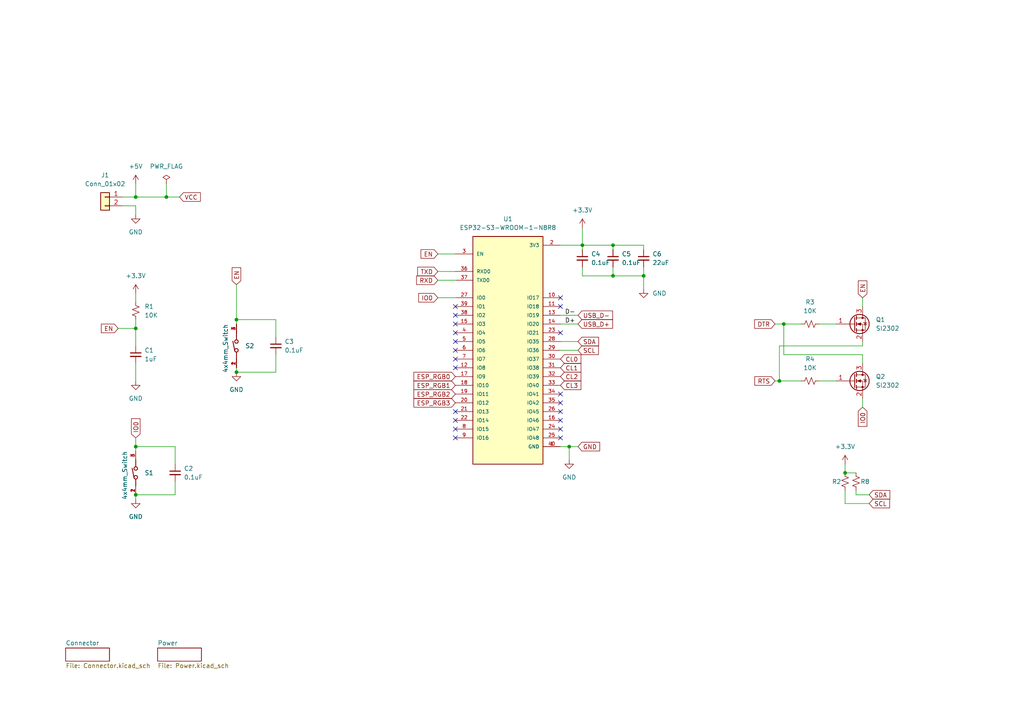
<source format=kicad_sch>
(kicad_sch (version 20211123) (generator eeschema)
  (paper "A4")
  (lib_symbols
    (symbol "Connector_Generic:Conn_01x02" (pin_names (offset 1.016) hide)
      (property "Reference" "J" (at 0 2.54 0))
      (property "Value" "Conn_01x02" (at 0 -5.08 0))
      (symbol "Conn_01x02_1_1"
        (rectangle (start -1.27 -2.413) (end 0 -2.667) (stroke (width 0.1524)))
        (rectangle (start -1.27 0.127) (end 0 -0.127) (stroke (width 0.1524)))
        (rectangle (start -1.27 1.27) (end 1.27 -3.81) (stroke (width 0.254)) (fill (type background)))
        (pin passive line (at -5.08 0 0) (length 3.81) (name "Pin_1") (number "1"))
        (pin passive line (at -5.08 -2.54 0) (length 3.81) (name "Pin_2") (number "2"))
      )
    )
    (symbol "Custom_Buttons:4x4mm_Switch" (pin_names (offset 1.016) hide)
      (property "Reference" "S" (at -1.27 -2.54 0))
      (property "Value" "4x4mm_Switch" (at -7.62 -3.81 0))
      (symbol "4x4mm_Switch_0_0"
        (circle (center -1.27 1.27) (radius 0.508) (stroke (width 0.254)))
        (polyline (pts (xy -1.905 1.27) (xy -3.81 1.27)) (stroke (width 0.254)))
        (polyline (pts (xy -1.4732 1.7526) (xy 1.3462 2.3114)) (stroke (width 0.254)))
        (polyline (pts (xy 3.81 1.27) (xy 1.905 1.27)) (stroke (width 0.254)))
        (circle (center 1.27 1.27) (radius 0.508) (stroke (width 0.254)))
        (pin passive line (at -6.35 1.27 0) (length 2.54) (name "~") (number "1"))
        (pin passive line (at -6.35 1.27 0) (length 2.54) (name "~") (number "2"))
        (pin passive line (at 6.35 1.27 180) (length 2.54) (name "~") (number "3"))
        (pin passive line (at 6.35 1.27 180) (length 2.54) (name "~") (number "4"))
      )
    )
    (symbol "Device:C_Small" (pin_numbers hide) (pin_names (offset 0.254) hide)
      (property "Reference" "C" (at 0.254 1.778 0))
      (property "Value" "C_Small" (at 0.254 -2.032 0))
      (symbol "C_Small_0_1"
        (polyline (pts (xy -1.524 -0.508) (xy 1.524 -0.508)) (stroke (width 0.3302)))
        (polyline (pts (xy -1.524 0.508) (xy 1.524 0.508)) (stroke (width 0.3048)))
      )
      (symbol "C_Small_1_1"
        (pin passive line (at 0 2.54 270) (length 2.032) (name "~") (number "1"))
        (pin passive line (at 0 -2.54 90) (length 2.032) (name "~") (number "2"))
      )
    )
    (symbol "Device:Q_NMOS_GSD" (pin_names (offset 0) hide)
      (property "Reference" "Q" (at 5.08 1.27 0))
      (property "Value" "Q_NMOS_GSD" (at 5.08 -1.27 0))
      (symbol "Q_NMOS_GSD_0_1"
        (polyline (pts (xy 0.254 0) (xy -2.54 0)))
        (polyline (pts (xy 0.254 1.905) (xy 0.254 -1.905)) (stroke (width 0.254)))
        (polyline (pts (xy 0.762 -1.27) (xy 0.762 -2.286)) (stroke (width 0.254)))
        (polyline (pts (xy 0.762 0.508) (xy 0.762 -0.508)) (stroke (width 0.254)))
        (polyline (pts (xy 0.762 2.286) (xy 0.762 1.27)) (stroke (width 0.254)))
        (polyline (pts (xy 2.54 2.54) (xy 2.54 1.778)))
        (polyline (pts (xy 2.54 -2.54) (xy 2.54 0) (xy 0.762 0)))
        (polyline (pts (xy 0.762 -1.778) (xy 3.302 -1.778) (xy 3.302 1.778) (xy 0.762 1.778)))
        (polyline (pts (xy 1.016 0) (xy 2.032 0.381) (xy 2.032 -0.381) (xy 1.016 0)) (fill (type outline)))
        (polyline (pts (xy 2.794 0.508) (xy 2.921 0.381) (xy 3.683 0.381) (xy 3.81 0.254)))
        (polyline (pts (xy 3.302 0.381) (xy 2.921 -0.254) (xy 3.683 -0.254) (xy 3.302 0.381)))
        (circle (center 1.651 0) (radius 2.794) (stroke (width 0.254)))
        (circle (center 2.54 -1.778) (radius 0.254) (fill (type outline)))
        (circle (center 2.54 1.778) (radius 0.254) (fill (type outline)))
      )
      (symbol "Q_NMOS_GSD_1_1"
        (pin input line (at -5.08 0 0) (length 2.54) (name "G") (number "1"))
        (pin passive line (at 2.54 -5.08 90) (length 2.54) (name "S") (number "2"))
        (pin passive line (at 2.54 5.08 270) (length 2.54) (name "D") (number "3"))
      )
    )
    (symbol "Device:R_Small_US" (pin_numbers hide) (pin_names (offset 0.254) hide)
      (property "Reference" "R" (at 0.762 0.508 0))
      (property "Value" "R_Small_US" (at 0.762 -1.016 0))
      (symbol "R_Small_US_1_1"
        (polyline (pts (xy 0 0) (xy 1.016 -0.381) (xy 0 -0.762) (xy -1.016 -1.143) (xy 0 -1.524)))
        (polyline (pts (xy 0 1.524) (xy 1.016 1.143) (xy 0 0.762) (xy -1.016 0.381) (xy 0 0)))
        (pin passive line (at 0 2.54 270) (length 1.016) (name "~") (number "1"))
        (pin passive line (at 0 -2.54 90) (length 1.016) (name "~") (number "2"))
      )
    )
    (symbol "ESP32-S3:ESP32-S3-WROOM-1-N8R8" (pin_names (offset 1.016))
      (property "Reference" "U" (at -10.16 34.1122 0))
      (property "Value" "ESP32-S3-WROOM-1-N8R8" (at -10.16 -35.56 0))
      (symbol "ESP32-S3-WROOM-1-N8R8_0_0"
        (rectangle (start -10.16 -33.02) (end 10.16 33.02) (stroke (width 0.254)) (fill (type background)))
        (pin power_in line (at 15.24 -27.94 180) (length 5.08) (name "GND") (number "1"))
        (pin bidirectional line (at 15.24 15.24 180) (length 5.08) (name "IO17") (number "10"))
        (pin bidirectional line (at 15.24 12.7 180) (length 5.08) (name "IO18") (number "11"))
        (pin bidirectional line (at -15.24 -5.08 0) (length 5.08) (name "IO8") (number "12"))
        (pin bidirectional line (at 15.24 10.16 180) (length 5.08) (name "IO19") (number "13"))
        (pin bidirectional line (at 15.24 7.62 180) (length 5.08) (name "IO20") (number "14"))
        (pin bidirectional line (at -15.24 7.62 0) (length 5.08) (name "IO3") (number "15"))
        (pin bidirectional line (at 15.24 -20.32 180) (length 5.08) (name "IO46") (number "16"))
        (pin bidirectional line (at -15.24 -7.62 0) (length 5.08) (name "IO9") (number "17"))
        (pin bidirectional line (at -15.24 -10.16 0) (length 5.08) (name "IO10") (number "18"))
        (pin bidirectional line (at -15.24 -12.7 0) (length 5.08) (name "IO11") (number "19"))
        (pin power_in line (at 15.24 30.48 180) (length 5.08) (name "3V3") (number "2"))
        (pin bidirectional line (at -15.24 -15.24 0) (length 5.08) (name "IO12") (number "20"))
        (pin bidirectional line (at -15.24 -17.78 0) (length 5.08) (name "IO13") (number "21"))
        (pin bidirectional line (at -15.24 -20.32 0) (length 5.08) (name "IO14") (number "22"))
        (pin bidirectional line (at 15.24 5.08 180) (length 5.08) (name "IO21") (number "23"))
        (pin bidirectional line (at 15.24 -22.86 180) (length 5.08) (name "IO47") (number "24"))
        (pin bidirectional line (at 15.24 -25.4 180) (length 5.08) (name "IO48") (number "25"))
        (pin bidirectional line (at 15.24 -17.78 180) (length 5.08) (name "IO45") (number "26"))
        (pin bidirectional line (at -15.24 15.24 0) (length 5.08) (name "IO0") (number "27"))
        (pin bidirectional line (at 15.24 2.54 180) (length 5.08) (name "IO35") (number "28"))
        (pin bidirectional line (at 15.24 0 180) (length 5.08) (name "IO36") (number "29"))
        (pin input line (at -15.24 27.94 0) (length 5.08) (name "EN") (number "3"))
        (pin bidirectional line (at 15.24 -2.54 180) (length 5.08) (name "IO37") (number "30"))
        (pin bidirectional line (at 15.24 -5.08 180) (length 5.08) (name "IO38") (number "31"))
        (pin bidirectional line (at 15.24 -7.62 180) (length 5.08) (name "IO39") (number "32"))
        (pin bidirectional line (at 15.24 -10.16 180) (length 5.08) (name "IO40") (number "33"))
        (pin bidirectional line (at 15.24 -12.7 180) (length 5.08) (name "IO41") (number "34"))
        (pin bidirectional line (at 15.24 -15.24 180) (length 5.08) (name "IO42") (number "35"))
        (pin bidirectional line (at -15.24 22.86 0) (length 5.08) (name "RXD0") (number "36"))
        (pin bidirectional line (at -15.24 20.32 0) (length 5.08) (name "TXD0") (number "37"))
        (pin bidirectional line (at -15.24 10.16 0) (length 5.08) (name "IO2") (number "38"))
        (pin bidirectional line (at -15.24 12.7 0) (length 5.08) (name "IO1") (number "39"))
        (pin bidirectional line (at -15.24 5.08 0) (length 5.08) (name "IO4") (number "4"))
        (pin power_in line (at 15.24 -27.94 180) (length 5.08) (name "GND") (number "40"))
        (pin bidirectional line (at -15.24 2.54 0) (length 5.08) (name "IO5") (number "5"))
        (pin bidirectional line (at -15.24 0 0) (length 5.08) (name "IO6") (number "6"))
        (pin bidirectional line (at -15.24 -2.54 0) (length 5.08) (name "IO7") (number "7"))
        (pin bidirectional line (at -15.24 -22.86 0) (length 5.08) (name "IO15") (number "8"))
        (pin bidirectional line (at -15.24 -25.4 0) (length 5.08) (name "IO16") (number "9"))
      )
    )
    (symbol "power:+3.3V" (power) (pin_names (offset 0))
      (property "Value" "+3.3V" (at 0 3.556 0))
      (symbol "+3.3V_0_1"
        (polyline (pts (xy -0.762 1.27) (xy 0 2.54)))
        (polyline (pts (xy 0 0) (xy 0 2.54)))
        (polyline (pts (xy 0 2.54) (xy 0.762 1.27)))
      )
      (symbol "+3.3V_1_1"
        (pin power_in line (at 0 0 90) (length 0) hide (name "+3.3V") (number "1"))
      )
    )
    (symbol "power:+5V" (power) (pin_names (offset 0))
      (property "Value" "+5V" (at 0 3.556 0))
      (symbol "+5V_0_1"
        (polyline (pts (xy -0.762 1.27) (xy 0 2.54)))
        (polyline (pts (xy 0 0) (xy 0 2.54)))
        (polyline (pts (xy 0 2.54) (xy 0.762 1.27)))
      )
      (symbol "+5V_1_1"
        (pin power_in line (at 0 0 90) (length 0) hide (name "+5V") (number "1"))
      )
    )
    (symbol "power:GND" (power) (pin_names (offset 0))
      (property "Value" "GND" (at 0 -3.81 0))
      (symbol "GND_0_1"
        (polyline (pts (xy 0 0) (xy 0 -1.27) (xy 1.27 -1.27) (xy 0 -2.54) (xy -1.27 -1.27) (xy 0 -1.27)))
      )
      (symbol "GND_1_1"
        (pin power_in line (at 0 0 270) (length 0) hide (name "GND") (number "1"))
      )
    )
    (symbol "power:PWR_FLAG" (power) (pin_numbers hide) (pin_names (offset 0) hide)
      (property "Value" "PWR_FLAG" (at 0 3.81 0))
      (symbol "PWR_FLAG_0_0"
        (pin power_out line (at 0 0 90) (length 0) (name "pwr") (number "1"))
      )
      (symbol "PWR_FLAG_0_1"
        (polyline (pts (xy 0 0) (xy 0 1.27) (xy -1.016 1.905) (xy 0 2.54) (xy 1.016 1.905) (xy 0 1.27)))
      )
    )
  )
  (junction (at 39.37 129.54))
  (junction (at 39.37 143.51))
  (junction (at 245.11 137.16))
  (junction (at 165.1 129.54))
  (junction (at 168.91 71.12))
  (junction (at 227.33 93.98))
  (junction (at 68.58 107.95))
  (junction (at 186.69 80.01))
  (junction (at 177.8 80.01))
  (junction (at 177.8 71.12))
  (junction (at 68.58 92.71))
  (junction (at 226.06 110.49))
  (junction (at 39.37 95.25))
  (junction (at 39.37 57.15))
  (junction (at 48.26 57.15))
  (no_connect (at 162.56 86.36))
  (no_connect (at 162.56 119.38))
  (no_connect (at 162.56 96.52))
  (no_connect (at 132.08 124.46))
  (no_connect (at 132.08 96.52))
  (no_connect (at 162.56 116.84))
  (no_connect (at 162.56 124.46))
  (no_connect (at 162.56 114.3))
  (no_connect (at 132.08 101.6))
  (no_connect (at 132.08 91.44))
  (no_connect (at 162.56 88.9))
  (no_connect (at 132.08 104.14))
  (no_connect (at 132.08 121.92))
  (no_connect (at 132.08 127))
  (no_connect (at 132.08 119.38))
  (no_connect (at 132.08 99.06))
  (no_connect (at 132.08 106.68))
  (no_connect (at 132.08 93.98))
  (no_connect (at 132.08 88.9))
  (no_connect (at 162.56 121.92))
  (no_connect (at 162.56 127))
  (wire (pts (xy 168.91 71.12) (xy 177.8 71.12)))
  (wire (pts (xy 39.37 105.41) (xy 39.37 110.49)))
  (wire (pts (xy 50.8 129.54) (xy 39.37 129.54)))
  (wire (pts (xy 186.69 80.01) (xy 186.69 77.47)))
  (wire (pts (xy 167.64 129.54) (xy 165.1 129.54)))
  (wire (pts (xy 35.56 57.15) (xy 39.37 57.15)))
  (wire (pts (xy 248.285 142.24) (xy 248.285 143.51)))
  (wire (pts (xy 35.56 59.69) (xy 39.37 59.69)))
  (wire (pts (xy 68.58 82.55) (xy 68.58 92.71)))
  (wire (pts (xy 127 73.66) (xy 132.08 73.66)))
  (wire (pts (xy 227.33 102.87) (xy 227.33 93.98)))
  (wire (pts (xy 80.01 97.79) (xy 80.01 92.71)))
  (wire (pts (xy 50.8 134.62) (xy 50.8 129.54)))
  (wire (pts (xy 48.26 57.15) (xy 52.07 57.15)))
  (wire (pts (xy 224.79 93.98) (xy 227.33 93.98)))
  (wire (pts (xy 80.01 92.71) (xy 68.58 92.71)))
  (wire (pts (xy 39.37 53.34) (xy 39.37 57.15)))
  (wire (pts (xy 168.91 71.12) (xy 168.91 72.39)))
  (wire (pts (xy 250.19 115.57) (xy 250.19 118.11)))
  (wire (pts (xy 186.69 72.39) (xy 186.69 71.12)))
  (wire (pts (xy 68.58 107.95) (xy 80.01 107.95)))
  (wire (pts (xy 248.285 143.51) (xy 252.095 143.51)))
  (wire (pts (xy 177.8 71.12) (xy 177.8 72.39)))
  (wire (pts (xy 168.91 77.47) (xy 168.91 80.01)))
  (wire (pts (xy 50.8 139.7) (xy 50.8 143.51)))
  (wire (pts (xy 39.37 85.09) (xy 39.37 87.63)))
  (wire (pts (xy 168.91 71.12) (xy 162.56 71.12)))
  (wire (pts (xy 250.19 99.06) (xy 250.19 100.33)))
  (wire (pts (xy 226.06 100.33) (xy 226.06 110.49)))
  (wire (pts (xy 168.91 80.01) (xy 177.8 80.01)))
  (wire (pts (xy 186.69 80.01) (xy 186.69 83.82)))
  (wire (pts (xy 250.19 100.33) (xy 226.06 100.33)))
  (wire (pts (xy 226.06 110.49) (xy 232.41 110.49)))
  (wire (pts (xy 39.37 143.51) (xy 39.37 144.78)))
  (wire (pts (xy 48.26 53.34) (xy 48.26 57.15)))
  (wire (pts (xy 177.8 71.12) (xy 186.69 71.12)))
  (wire (pts (xy 68.58 106.68) (xy 68.58 107.95)))
  (wire (pts (xy 168.91 66.04) (xy 168.91 71.12)))
  (wire (pts (xy 50.8 143.51) (xy 39.37 143.51)))
  (wire (pts (xy 39.37 95.25) (xy 39.37 100.33)))
  (wire (pts (xy 245.11 146.05) (xy 252.095 146.05)))
  (wire (pts (xy 162.56 93.98) (xy 167.64 93.98)))
  (wire (pts (xy 80.01 102.87) (xy 80.01 107.95)))
  (wire (pts (xy 237.49 93.98) (xy 242.57 93.98)))
  (wire (pts (xy 39.37 129.54) (xy 39.37 130.81)))
  (wire (pts (xy 177.8 80.01) (xy 186.69 80.01)))
  (wire (pts (xy 167.64 101.6) (xy 162.56 101.6)))
  (wire (pts (xy 39.37 92.71) (xy 39.37 95.25)))
  (wire (pts (xy 68.58 92.71) (xy 68.58 93.98)))
  (wire (pts (xy 237.49 110.49) (xy 242.57 110.49)))
  (wire (pts (xy 177.8 77.47) (xy 177.8 80.01)))
  (wire (pts (xy 250.19 86.36) (xy 250.19 88.9)))
  (wire (pts (xy 127 86.36) (xy 132.08 86.36)))
  (wire (pts (xy 227.33 93.98) (xy 232.41 93.98)))
  (wire (pts (xy 127 81.28) (xy 132.08 81.28)))
  (wire (pts (xy 224.79 110.49) (xy 226.06 110.49)))
  (wire (pts (xy 165.1 129.54) (xy 165.1 133.35)))
  (wire (pts (xy 127 78.74) (xy 132.08 78.74)))
  (wire (pts (xy 245.11 134.62) (xy 245.11 137.16)))
  (wire (pts (xy 250.19 105.41) (xy 250.19 102.87)))
  (wire (pts (xy 39.37 127) (xy 39.37 129.54)))
  (wire (pts (xy 165.1 129.54) (xy 162.56 129.54)))
  (wire (pts (xy 39.37 57.15) (xy 48.26 57.15)))
  (wire (pts (xy 245.11 142.24) (xy 245.11 146.05)))
  (wire (pts (xy 34.29 95.25) (xy 39.37 95.25)))
  (wire (pts (xy 167.64 99.06) (xy 162.56 99.06)))
  (wire (pts (xy 39.37 59.69) (xy 39.37 62.23)))
  (wire (pts (xy 162.56 91.44) (xy 167.64 91.44)))
  (wire (pts (xy 245.11 137.16) (xy 248.285 137.16)))
  (wire (pts (xy 250.19 102.87) (xy 227.33 102.87)))
  (label "D-" (at 163.83 91.44 0))
  (label "D+" (at 163.83 93.98 0))
  (global_label "EN" (shape input) (at 34.29 95.25 180) (property "Intersheet References" "${INTERSHEET_REFS}" (effects hide)))
  (global_label "USB_D-" (shape input) (at 167.64 91.44 0) (property "Intersheet References" "${INTERSHEET_REFS}" (effects hide)))
  (global_label "SDA" (shape input) (at 167.64 99.06 0) (property "Intersheet References" "${INTERSHEET_REFS}" (effects hide)))
  (global_label "SCL" (shape input) (at 167.64 101.6 0) (property "Intersheet References" "${INTERSHEET_REFS}" (effects hide)))
  (global_label "SDA" (shape input) (at 252.095 143.51 0) (property "Intersheet References" "${INTERSHEET_REFS}" (effects hide)))
  (global_label "RTS" (shape input) (at 224.79 110.49 180) (property "Intersheet References" "${INTERSHEET_REFS}" (effects hide)))
  (global_label "CL0" (shape input) (at 162.56 104.14 0) (property "Intersheet References" "${INTERSHEET_REFS}" (effects hide)))
  (global_label "TXD" (shape input) (at 127 78.74 180) (property "Intersheet References" "${INTERSHEET_REFS}" (effects hide)))
  (global_label "EN" (shape input) (at 127 73.66 180) (property "Intersheet References" "${INTERSHEET_REFS}" (effects hide)))
  (global_label "ESP_RGB3" (shape input) (at 132.08 116.84 180) (property "Intersheet References" "${INTERSHEET_REFS}" (effects hide)))
  (global_label "ESP_RGB0" (shape input) (at 132.08 109.22 180) (property "Intersheet References" "${INTERSHEET_REFS}" (effects hide)))
  (global_label "ESP_RGB2" (shape input) (at 132.08 114.3 180) (property "Intersheet References" "${INTERSHEET_REFS}" (effects hide)))
  (global_label "DTR" (shape input) (at 224.79 93.98 180) (property "Intersheet References" "${INTERSHEET_REFS}" (effects hide)))
  (global_label "IO0" (shape input) (at 39.37 127 90) (property "Intersheet References" "${INTERSHEET_REFS}" (effects hide)))
  (global_label "CL1" (shape input) (at 162.56 106.68 0) (property "Intersheet References" "${INTERSHEET_REFS}" (effects hide)))
  (global_label "GND" (shape input) (at 167.64 129.54 0) (property "Intersheet References" "${INTERSHEET_REFS}" (effects hide)))
  (global_label "IO0" (shape input) (at 250.19 118.11 270) (property "Intersheet References" "${INTERSHEET_REFS}" (effects hide)))
  (global_label "IO0" (shape input) (at 127 86.36 180) (property "Intersheet References" "${INTERSHEET_REFS}" (effects hide)))
  (global_label "EN" (shape input) (at 68.58 82.55 90) (property "Intersheet References" "${INTERSHEET_REFS}" (effects hide)))
  (global_label "CL3" (shape input) (at 162.56 111.76 0) (property "Intersheet References" "${INTERSHEET_REFS}" (effects hide)))
  (global_label "VCC" (shape input) (at 52.07 57.15 0) (property "Intersheet References" "${INTERSHEET_REFS}" (effects hide)))
  (global_label "ESP_RGB1" (shape input) (at 132.08 111.76 180) (property "Intersheet References" "${INTERSHEET_REFS}" (effects hide)))
  (global_label "SCL" (shape input) (at 252.095 146.05 0) (property "Intersheet References" "${INTERSHEET_REFS}" (effects hide)))
  (global_label "RXD" (shape input) (at 127 81.28 180) (property "Intersheet References" "${INTERSHEET_REFS}" (effects hide)))
  (global_label "CL2" (shape input) (at 162.56 109.22 0) (property "Intersheet References" "${INTERSHEET_REFS}" (effects hide)))
  (global_label "EN" (shape input) (at 250.19 86.36 90) (property "Intersheet References" "${INTERSHEET_REFS}" (effects hide)))
  (global_label "USB_D+" (shape input) (at 167.64 93.98 0) (property "Intersheet References" "${INTERSHEET_REFS}" (effects hide)))
  (symbol (lib_id "power:GND") (at 39.37 110.49 0) (unit 1)
    (property "Reference" "#PWR04" (effects hide))
    (property "Value" "GND" (at 39.37 115.57 0))
  )
  (symbol (lib_id "power:+3.3V") (at 39.37 85.09 0) (unit 1)
    (property "Reference" "#PWR03" (effects hide))
    (property "Value" "+3.3V" (at 39.37 80.01 0))
  )
  (symbol (lib_id "Custom_Buttons:4x4mm_Switch") (at 40.64 137.16 90) (unit 1)
    (property "Reference" "S1" (at 41.91 137.16 90) (effects (justify right)))
    (property "Value" "4x4mm_Switch" (at 36.195 130.81 0) (effects (justify right)))
    (property "Footprint" "Custom_Buttons:430181038816" (effects hide))
  )
  (symbol (lib_id "Device:R_Small_US") (at 248.285 139.7 0) (unit 1)
    (property "Reference" "R8" (at 249.555 139.7 0) (effects (justify left)))
    (property "Value" "10K" (effects hide))
    (property "Footprint" "Resistor_SMD:R_0603_1608Metric" (effects hide))
  )
  (symbol (lib_id "power:GND") (at 68.58 107.95 0) (unit 1)
    (property "Reference" "#PWR06" (effects hide))
    (property "Value" "GND" (at 68.58 113.03 0))
  )
  (symbol (lib_id "Device:Q_NMOS_GSD") (at 247.65 110.49 0) (unit 1)
    (property "Reference" "Q2" (at 254 109.2199 0) (effects (justify left)))
    (property "Value" "SI2302" (at 254 111.7599 0) (effects (justify left)))
    (property "Footprint" "Package_TO_SOT_SMD:SOT-23" (effects hide))
  )
  (symbol (lib_id "Device:C_Small") (at 80.01 100.33 0) (unit 1)
    (property "Reference" "C3" (at 82.55 99.0662 0) (effects (justify left)))
    (property "Value" "0.1uF" (at 82.55 101.6062 0) (effects (justify left)))
    (property "Footprint" "Capacitor_SMD:C_0603_1608Metric" (effects hide))
  )
  (symbol (lib_id "Device:R_Small_US") (at 234.95 110.49 270) (unit 1)
    (property "Reference" "R4" (at 234.95 104.14 90))
    (property "Value" "10K" (at 234.95 106.68 90))
    (property "Footprint" "Resistor_SMD:R_0603_1608Metric" (effects hide))
  )
  (symbol (lib_id "power:+3.3V") (at 245.11 134.62 0) (unit 1)
    (property "Reference" "#PWR015" (effects hide))
    (property "Value" "+3.3V" (at 245.11 129.54 0))
  )
  (symbol (lib_id "Device:C_Small") (at 168.91 74.93 0) (unit 1)
    (property "Reference" "C4" (at 171.45 73.6662 0) (effects (justify left)))
    (property "Value" "0.1uF" (at 171.45 76.2062 0) (effects (justify left)))
    (property "Footprint" "Capacitor_SMD:C_0603_1608Metric" (effects hide))
  )
  (symbol (lib_id "power:GND") (at 186.69 83.82 0) (unit 1)
    (property "Reference" "#PWR09" (effects hide))
    (property "Value" "GND" (at 189.23 85.0899 0) (effects (justify left)))
  )
  (symbol (lib_id "Device:C_Small") (at 186.69 74.93 0) (unit 1)
    (property "Reference" "C6" (at 189.23 73.6662 0) (effects (justify left)))
    (property "Value" "22uF" (at 189.23 76.2062 0) (effects (justify left)))
    (property "Footprint" "Capacitor_SMD:C_0603_1608Metric" (effects hide))
  )
  (symbol (lib_id "ESP32-S3:ESP32-S3-WROOM-1-N8R8") (at 147.32 101.6 0) (unit 1)
    (property "Reference" "U1" (at 147.32 63.5 0))
    (property "Value" "ESP32-S3-WROOM-1-N8R8" (at 147.32 66.04 0))
    (property "Footprint" "ESP32-S3:ESP32S3WROOM1N8R8" (effects hide))
  )
  (symbol (lib_id "power:GND") (at 39.37 144.78 0) (unit 1)
    (property "Reference" "#PWR05" (effects hide))
    (property "Value" "GND" (at 39.37 149.86 0))
  )
  (symbol (lib_id "Device:R_Small_US") (at 39.37 90.17 0) (unit 1)
    (property "Reference" "R1" (at 41.91 88.8999 0) (effects (justify left)))
    (property "Value" "10K" (at 41.91 91.4399 0) (effects (justify left)))
    (property "Footprint" "Resistor_SMD:R_0603_1608Metric" (effects hide))
  )
  (symbol (lib_id "Device:R_Small_US") (at 245.11 139.7 0) (unit 1)
    (property "Reference" "R2" (at 241.3 139.7 0) (effects (justify left)))
    (property "Value" "10K" (effects hide))
    (property "Footprint" "Resistor_SMD:R_0603_1608Metric" (effects hide))
  )
  (symbol (lib_id "power:+3.3V") (at 168.91 66.04 0) (unit 1)
    (property "Reference" "#PWR08" (effects hide))
    (property "Value" "+3.3V" (at 168.91 60.96 0))
  )
  (symbol (lib_id "Custom_Buttons:4x4mm_Switch") (at 69.85 100.33 90) (unit 1)
    (property "Reference" "S2" (at 71.12 100.33 90) (effects (justify right)))
    (property "Value" "4x4mm_Switch" (at 65.405 93.98 0) (effects (justify right)))
    (property "Footprint" "Custom_Buttons:430181038816" (effects hide))
  )
  (symbol (lib_id "Device:C_Small") (at 39.37 102.87 0) (unit 1)
    (property "Reference" "C1" (at 41.91 101.6062 0) (effects (justify left)))
    (property "Value" "1uF" (at 41.91 104.1462 0) (effects (justify left)))
    (property "Footprint" "Capacitor_SMD:C_0603_1608Metric" (effects hide))
  )
  (symbol (lib_id "power:GND") (at 39.37 62.23 0) (unit 1)
    (property "Reference" "#PWR02" (effects hide))
    (property "Value" "GND" (at 39.37 67.31 0))
  )
  (symbol (lib_id "Connector_Generic:Conn_01x02") (at 30.48 57.15 0) (mirror y) (unit 1)
    (property "Reference" "J1" (at 30.48 50.8 0))
    (property "Value" "Conn_01x02" (at 30.48 53.34 0))
    (property "Footprint" "Connector_JST:JST_VH_B2P-VH-B_1x02_P3.96mm_Vertical" (effects hide))
  )
  (symbol (lib_id "Device:Q_NMOS_GSD") (at 247.65 93.98 0) (unit 1)
    (property "Reference" "Q1" (at 254 92.7099 0) (effects (justify left)))
    (property "Value" "SI2302" (at 254 95.2499 0) (effects (justify left)))
    (property "Footprint" "Package_TO_SOT_SMD:SOT-23" (effects hide))
  )
  (symbol (lib_id "Device:R_Small_US") (at 234.95 93.98 270) (unit 1)
    (property "Reference" "R3" (at 234.95 87.63 90))
    (property "Value" "10K" (at 234.95 90.17 90))
    (property "Footprint" "Resistor_SMD:R_0603_1608Metric" (effects hide))
  )
  (symbol (lib_id "power:+5V") (at 39.37 53.34 0) (unit 1)
    (property "Reference" "#PWR01" (effects hide))
    (property "Value" "+5V" (at 39.37 48.26 0))
  )
  (symbol (lib_id "Device:C_Small") (at 50.8 137.16 0) (unit 1)
    (property "Reference" "C2" (at 53.34 135.8962 0) (effects (justify left)))
    (property "Value" "0.1uF" (at 53.34 138.4362 0) (effects (justify left)))
    (property "Footprint" "Capacitor_SMD:C_0603_1608Metric" (effects hide))
  )
  (symbol (lib_id "Device:C_Small") (at 177.8 74.93 0) (unit 1)
    (property "Reference" "C5" (at 180.34 73.6662 0) (effects (justify left)))
    (property "Value" "0.1uF" (at 180.34 76.2062 0) (effects (justify left)))
    (property "Footprint" "Capacitor_SMD:C_0603_1608Metric" (effects hide))
  )
  (symbol (lib_id "power:PWR_FLAG") (at 48.26 53.34 0) (unit 1)
    (property "Reference" "#FLG01" (effects hide))
    (property "Value" "PWR_FLAG" (at 48.26 48.26 0))
  )
  (symbol (lib_id "power:GND") (at 165.1 133.35 0) (unit 1)
    (property "Reference" "#PWR07" (effects hide))
    (property "Value" "GND" (at 165.1 138.43 0))
  )
  (sheet (at 19.05 187.96) (size 12.7 3.81) (stroke (width 0.1524))
    (property "Sheet name" "Connector" (at 19.05 187.2484 0) (effects (justify left bottom)))
    (property "Sheet file" "Connector.kicad_sch" (at 19.05 192.3546 0) (effects (justify left top)))
  )
  (sheet (at 45.72 187.96) (size 12.7 3.81) (stroke (width 0.1524))
    (property "Sheet name" "Power" (at 45.72 187.2484 0) (effects (justify left bottom)))
    (property "Sheet file" "Power.kicad_sch" (at 45.72 192.3546 0) (effects (justify left top)))
  )
)
</source>
